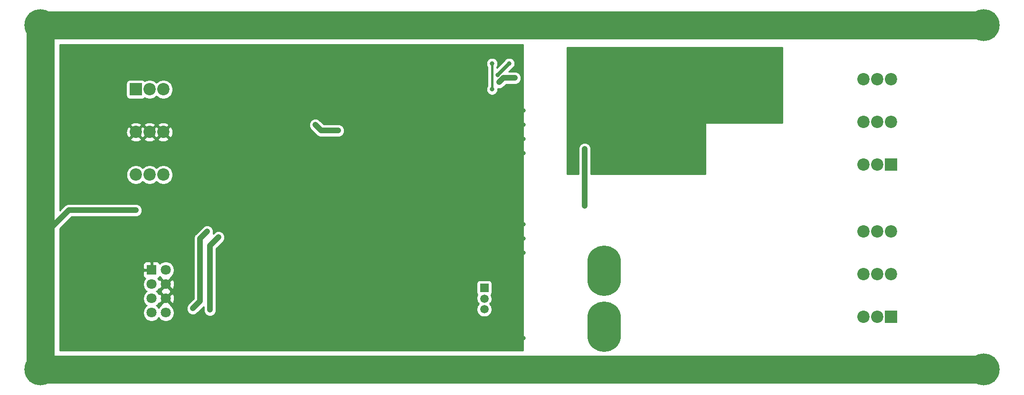
<source format=gbl>
%TF.GenerationSoftware,KiCad,Pcbnew,(5.1.8)-1*%
%TF.CreationDate,2021-03-15T08:23:40+01:00*%
%TF.ProjectId,MeasCard,4d656173-4361-4726-942e-6b696361645f,rev?*%
%TF.SameCoordinates,Original*%
%TF.FileFunction,Copper,L2,Bot*%
%TF.FilePolarity,Positive*%
%FSLAX46Y46*%
G04 Gerber Fmt 4.6, Leading zero omitted, Abs format (unit mm)*
G04 Created by KiCad (PCBNEW (5.1.8)-1) date 2021-03-15 08:23:40*
%MOMM*%
%LPD*%
G01*
G04 APERTURE LIST*
%TA.AperFunction,ComponentPad*%
%ADD10C,2.200000*%
%TD*%
%TA.AperFunction,ComponentPad*%
%ADD11R,2.200000X2.200000*%
%TD*%
%TA.AperFunction,ComponentPad*%
%ADD12C,5.700000*%
%TD*%
%TA.AperFunction,ComponentPad*%
%ADD13O,6.000000X9.000000*%
%TD*%
%TA.AperFunction,ComponentPad*%
%ADD14R,1.500000X1.500000*%
%TD*%
%TA.AperFunction,ComponentPad*%
%ADD15C,1.500000*%
%TD*%
%TA.AperFunction,ComponentPad*%
%ADD16C,0.800000*%
%TD*%
%TA.AperFunction,ComponentPad*%
%ADD17C,1.800000*%
%TD*%
%TA.AperFunction,ComponentPad*%
%ADD18R,1.800000X1.800000*%
%TD*%
%TA.AperFunction,ViaPad*%
%ADD19C,0.800000*%
%TD*%
%TA.AperFunction,Conductor*%
%ADD20C,1.000000*%
%TD*%
%TA.AperFunction,Conductor*%
%ADD21C,5.000000*%
%TD*%
%TA.AperFunction,Conductor*%
%ADD22C,0.400000*%
%TD*%
%TA.AperFunction,Conductor*%
%ADD23C,0.700000*%
%TD*%
%TA.AperFunction,Conductor*%
%ADD24C,0.254000*%
%TD*%
%TA.AperFunction,Conductor*%
%ADD25C,0.100000*%
%TD*%
G04 APERTURE END LIST*
D10*
%TO.P,J4,9*%
%TO.N,Net-(D1-Pad3)*%
X72952000Y-83820000D03*
%TO.P,J4,8*%
X70512000Y-83820000D03*
%TO.P,J4,7*%
X68072000Y-83820000D03*
%TO.P,J4,6*%
%TO.N,GND*%
X72952000Y-76200000D03*
%TO.P,J4,5*%
X70512000Y-76200000D03*
%TO.P,J4,4*%
X68072000Y-76200000D03*
%TO.P,J4,3*%
%TO.N,Net-(C14-Pad1)*%
X72952000Y-68580000D03*
%TO.P,J4,2*%
X70512000Y-68580000D03*
D11*
%TO.P,J4,1*%
X68072000Y-68580000D03*
%TD*%
D10*
%TO.P,J2,9*%
%TO.N,Net-(J2-Pad7)*%
X197812000Y-93980000D03*
%TO.P,J2,8*%
X200252000Y-93980000D03*
%TO.P,J2,7*%
X202692000Y-93980000D03*
%TO.P,J2,6*%
%TO.N,Net-(J2-Pad4)*%
X197812000Y-101600000D03*
%TO.P,J2,5*%
X200252000Y-101600000D03*
%TO.P,J2,4*%
X202692000Y-101600000D03*
%TO.P,J2,3*%
%TO.N,Net-(J2-Pad1)*%
X197812000Y-109220000D03*
%TO.P,J2,2*%
X200252000Y-109220000D03*
D11*
%TO.P,J2,1*%
X202692000Y-109220000D03*
%TD*%
D10*
%TO.P,J1,9*%
%TO.N,Net-(J1-Pad7)*%
X197812000Y-66802000D03*
%TO.P,J1,8*%
X200252000Y-66802000D03*
%TO.P,J1,7*%
X202692000Y-66802000D03*
%TO.P,J1,6*%
%TO.N,GNDD*%
X197812000Y-74422000D03*
%TO.P,J1,5*%
X200252000Y-74422000D03*
%TO.P,J1,4*%
X202692000Y-74422000D03*
%TO.P,J1,3*%
%TO.N,Net-(J1-Pad1)*%
X197812000Y-82042000D03*
%TO.P,J1,2*%
X200252000Y-82042000D03*
D11*
%TO.P,J1,1*%
X202692000Y-82042000D03*
%TD*%
D12*
%TO.P,H4,1*%
%TO.N,Net-(D1-Pad3)*%
X219202000Y-118618000D03*
%TD*%
%TO.P,H3,1*%
%TO.N,Net-(D1-Pad3)*%
X51054000Y-57150000D03*
%TD*%
%TO.P,H2,1*%
%TO.N,Net-(D1-Pad3)*%
X219202000Y-57150000D03*
%TD*%
%TO.P,H1,1*%
%TO.N,Net-(D1-Pad3)*%
X51054000Y-118618000D03*
%TD*%
D13*
%TO.P,U1,5*%
%TO.N,Net-(J2-Pad4)*%
X151575000Y-100923000D03*
%TO.P,U1,4*%
%TO.N,Net-(J2-Pad1)*%
X151575000Y-110923000D03*
D14*
%TO.P,U1,1*%
%TO.N,3.3V*%
X130175000Y-104013000D03*
D15*
%TO.P,U1,3*%
%TO.N,Net-(R6-Pad2)*%
X130175000Y-107833000D03*
%TO.P,U1,2*%
%TO.N,GND*%
X130175000Y-105923000D03*
%TO.P,U1,5*%
%TO.N,Net-(J2-Pad4)*%
%TA.AperFunction,ComponentPad*%
G36*
G01*
X152567523Y-104703953D02*
X152567523Y-104703953D01*
G75*
G02*
X152374047Y-105235523I-362523J-169047D01*
G01*
X152374047Y-105235523D01*
G75*
G02*
X151842477Y-105042047I-169047J362523D01*
G01*
X151842477Y-105042047D01*
G75*
G02*
X152035953Y-104510477I362523J169047D01*
G01*
X152035953Y-104510477D01*
G75*
G02*
X152567523Y-104703953I169047J-362523D01*
G01*
G37*
%TD.AperFunction*%
%TA.AperFunction,ComponentPad*%
G36*
G01*
X150582477Y-104703953D02*
X150582477Y-104703953D01*
G75*
G02*
X151114047Y-104510477I362523J-169047D01*
G01*
X151114047Y-104510477D01*
G75*
G02*
X151307523Y-105042047I-169047J-362523D01*
G01*
X151307523Y-105042047D01*
G75*
G02*
X150775953Y-105235523I-362523J169047D01*
G01*
X150775953Y-105235523D01*
G75*
G02*
X150582477Y-104703953I169047J362523D01*
G01*
G37*
%TD.AperFunction*%
D16*
X149915000Y-104123000D03*
X153235000Y-104123000D03*
X152205000Y-96973000D03*
X150945000Y-96973000D03*
X149915000Y-97723000D03*
X153235000Y-97723000D03*
X149525000Y-101593000D03*
X149525000Y-100253000D03*
X149525000Y-102923000D03*
X149525000Y-98923000D03*
X153625000Y-101593000D03*
X153625000Y-100253000D03*
X153625000Y-98923000D03*
X153625000Y-102923000D03*
%TO.P,U1,4*%
%TO.N,Net-(J2-Pad1)*%
X149915000Y-107723000D03*
X153235000Y-107723000D03*
%TA.AperFunction,ComponentPad*%
G36*
G01*
X151307523Y-106803953D02*
X151307523Y-106803953D01*
G75*
G02*
X151114047Y-107335523I-362523J-169047D01*
G01*
X151114047Y-107335523D01*
G75*
G02*
X150582477Y-107142047I-169047J362523D01*
G01*
X150582477Y-107142047D01*
G75*
G02*
X150775953Y-106610477I362523J169047D01*
G01*
X150775953Y-106610477D01*
G75*
G02*
X151307523Y-106803953I169047J-362523D01*
G01*
G37*
%TD.AperFunction*%
%TA.AperFunction,ComponentPad*%
G36*
G01*
X151842477Y-106803953D02*
X151842477Y-106803953D01*
G75*
G02*
X152374047Y-106610477I362523J-169047D01*
G01*
X152374047Y-106610477D01*
G75*
G02*
X152567523Y-107142047I-169047J-362523D01*
G01*
X152567523Y-107142047D01*
G75*
G02*
X152035953Y-107335523I-362523J169047D01*
G01*
X152035953Y-107335523D01*
G75*
G02*
X151842477Y-106803953I169047J362523D01*
G01*
G37*
%TD.AperFunction*%
X149915000Y-114123000D03*
X153235000Y-114123000D03*
X152205000Y-114873000D03*
X149525000Y-112923000D03*
X149525000Y-111593000D03*
X149525000Y-110253000D03*
X149525000Y-108923000D03*
X153625000Y-112923000D03*
X153625000Y-111593000D03*
X153625000Y-110253000D03*
X153625000Y-108923000D03*
X150945000Y-114873000D03*
%TD*%
D17*
%TO.P,J3,8*%
%TO.N,5V*%
X73406000Y-108458000D03*
%TO.P,J3,7*%
%TO.N,3.3V*%
X70866000Y-108458000D03*
%TO.P,J3,6*%
%TO.N,GND*%
X73406000Y-105918000D03*
%TO.P,J3,5*%
%TO.N,Net-(C2-Pad1)*%
X70866000Y-105918000D03*
%TO.P,J3,4*%
%TO.N,GND*%
X73406000Y-103378000D03*
%TO.P,J3,3*%
%TO.N,Net-(IC1-Pad6)*%
X70866000Y-103378000D03*
%TO.P,J3,2*%
%TO.N,Net-(IC1-Pad7)*%
X73406000Y-100838000D03*
D18*
%TO.P,J3,1*%
%TO.N,GND*%
X70866000Y-100838000D03*
%TD*%
D19*
%TO.N,GND*%
X84329252Y-66549252D03*
X103378000Y-81026000D03*
X84074000Y-99314000D03*
X75438000Y-99060000D03*
X137160000Y-113030000D03*
X134620000Y-113030000D03*
X132080000Y-113030000D03*
X129540000Y-113030000D03*
X127000000Y-113030000D03*
X124460000Y-113030000D03*
X121920000Y-113030000D03*
X119380000Y-113030000D03*
X116840000Y-113030000D03*
X114300000Y-113030000D03*
X111760000Y-113030000D03*
X109220000Y-113030000D03*
X106680000Y-113030000D03*
X104140000Y-113030000D03*
X101600000Y-113030000D03*
X99060000Y-113030000D03*
X96520000Y-113030000D03*
X93980000Y-113030000D03*
X91440000Y-113030000D03*
X88900000Y-113030000D03*
X86360000Y-113030000D03*
X83820000Y-113030000D03*
X81280000Y-113030000D03*
X78740000Y-113030000D03*
X76200000Y-113030000D03*
X73660000Y-113030000D03*
X71120000Y-113030000D03*
X68580000Y-113030000D03*
X66040000Y-113030000D03*
X63500000Y-113030000D03*
X60960000Y-113030000D03*
X58420000Y-113030000D03*
X55880000Y-113030000D03*
X55880000Y-110490000D03*
X55880000Y-107950000D03*
X55880000Y-105410000D03*
X55880000Y-102870000D03*
X55880000Y-100330000D03*
X55880000Y-97790000D03*
X55880000Y-95250000D03*
X55880000Y-92710000D03*
X55880000Y-86360000D03*
X55880000Y-83820000D03*
X55880000Y-81280000D03*
X55880000Y-78740000D03*
X55880000Y-76200000D03*
X55880000Y-73660000D03*
X55880000Y-71120000D03*
X55880000Y-68580000D03*
X55880000Y-66040000D03*
X55880000Y-63500000D03*
X58420000Y-63500000D03*
X58420000Y-66040000D03*
X58420000Y-68580000D03*
X58420000Y-71120000D03*
X58420000Y-73660000D03*
X58420000Y-76200000D03*
X58420000Y-78740000D03*
X58420000Y-81280000D03*
X58420000Y-83820000D03*
X58420000Y-86360000D03*
X58420000Y-92710000D03*
X58420000Y-95250000D03*
X58420000Y-97790000D03*
X58420000Y-100330000D03*
X58420000Y-102870000D03*
X58420000Y-105410000D03*
X58420000Y-107950000D03*
X58420000Y-110490000D03*
X60960000Y-110490000D03*
X60960000Y-107950000D03*
X60960000Y-105410000D03*
X60960000Y-102870000D03*
X60960000Y-100330000D03*
X60960000Y-97790000D03*
X60960000Y-95250000D03*
X60960000Y-92710000D03*
X60960000Y-86360000D03*
X60960000Y-83820000D03*
X60960000Y-81280000D03*
X60960000Y-78740000D03*
X60960000Y-76200000D03*
X60960000Y-73660000D03*
X60960000Y-71120000D03*
X60960000Y-68580000D03*
X60960000Y-66040000D03*
X60960000Y-63500000D03*
X63500000Y-63500000D03*
X66040000Y-63500000D03*
X68580000Y-63500000D03*
X71120000Y-63500000D03*
X73660000Y-63500000D03*
X63500000Y-66040000D03*
X66040000Y-66040000D03*
X68580000Y-66040000D03*
X71120000Y-66040000D03*
X63500000Y-68580000D03*
X63500000Y-71120000D03*
X63500000Y-73660000D03*
X63500000Y-76200000D03*
X66040000Y-73660000D03*
X66040000Y-71120000D03*
X68580000Y-71120000D03*
X71120000Y-71120000D03*
X68580000Y-73660000D03*
X71120000Y-73660000D03*
X63500000Y-78740000D03*
X63500000Y-81280000D03*
X63500000Y-83820000D03*
X63500000Y-86360000D03*
X66040000Y-78740000D03*
X68580000Y-78740000D03*
X71120000Y-78740000D03*
X73660000Y-78740000D03*
X76200000Y-78740000D03*
X78740000Y-78740000D03*
X66040000Y-81280000D03*
X68580000Y-81280000D03*
X71120000Y-81280000D03*
X73660000Y-81280000D03*
X76200000Y-81280000D03*
X78740000Y-81280000D03*
X76200000Y-83820000D03*
X78740000Y-83820000D03*
X81280000Y-83820000D03*
X78740000Y-86360000D03*
X81280000Y-86360000D03*
X81280000Y-88900000D03*
X76200000Y-76200000D03*
X73660000Y-73660000D03*
X77470000Y-67310000D03*
X77470000Y-69850000D03*
X80010000Y-69850000D03*
X80010000Y-67310000D03*
X80010000Y-72390000D03*
X82550000Y-72390000D03*
X82550000Y-74930000D03*
X85090000Y-74930000D03*
X87630000Y-74930000D03*
X90170000Y-74930000D03*
X92710000Y-74930000D03*
X95250000Y-74930000D03*
X97790000Y-74930000D03*
X92710000Y-77470000D03*
X90170000Y-77470000D03*
X87630000Y-77470000D03*
X85090000Y-77470000D03*
X90170000Y-72390000D03*
X92710000Y-72390000D03*
X86360000Y-68580000D03*
X95250000Y-69850000D03*
X95250000Y-67310000D03*
X95250000Y-64770000D03*
X95250000Y-62230000D03*
X92710000Y-62230000D03*
X90170000Y-62230000D03*
X87630000Y-62230000D03*
X85090000Y-62230000D03*
X82550000Y-62230000D03*
X80010000Y-62230000D03*
X77470000Y-62230000D03*
X74930000Y-62230000D03*
X97790000Y-62230000D03*
X100330000Y-62230000D03*
X102870000Y-62230000D03*
X105410000Y-62230000D03*
X107950000Y-62230000D03*
X110490000Y-62230000D03*
X113030000Y-62230000D03*
X115570000Y-62230000D03*
X118110000Y-62230000D03*
X120650000Y-62230000D03*
X123190000Y-62230000D03*
X125730000Y-62230000D03*
X128270000Y-62230000D03*
X130810000Y-62230000D03*
X133350000Y-62230000D03*
X135890000Y-62230000D03*
X115570000Y-64770000D03*
X115570000Y-67310000D03*
X107950000Y-64770000D03*
X100330000Y-66040000D03*
X100330000Y-68580000D03*
X100330000Y-71120000D03*
X102870000Y-71120000D03*
X101600000Y-72390000D03*
X106680000Y-74930000D03*
X109220000Y-74930000D03*
X111760000Y-74930000D03*
X114300000Y-74930000D03*
X116840000Y-74930000D03*
X119380000Y-74930000D03*
X121920000Y-74930000D03*
X124460000Y-74930000D03*
X127000000Y-74930000D03*
X129540000Y-74930000D03*
X132080000Y-74930000D03*
X134620000Y-74930000D03*
X137160000Y-74930000D03*
X137160000Y-72390000D03*
X134620000Y-72390000D03*
X132080000Y-72390000D03*
X129540000Y-72390000D03*
X127000000Y-72390000D03*
X124460000Y-72390000D03*
X121920000Y-72390000D03*
X119380000Y-72390000D03*
X116840000Y-72390000D03*
X114300000Y-72390000D03*
X111760000Y-72390000D03*
X109220000Y-72390000D03*
X134620000Y-69850000D03*
X132080000Y-69850000D03*
X129540000Y-69850000D03*
X127000000Y-69850000D03*
X124460000Y-69850000D03*
X121920000Y-69850000D03*
X119380000Y-69850000D03*
X119380000Y-77470000D03*
X121920000Y-77470000D03*
X124460000Y-77470000D03*
X127000000Y-77470000D03*
X129540000Y-77470000D03*
X132080000Y-77470000D03*
X134620000Y-77470000D03*
X137160000Y-77470000D03*
X137160000Y-80010000D03*
X134620000Y-80010000D03*
X132080000Y-80010000D03*
X129540000Y-80010000D03*
X127000000Y-80010000D03*
X124460000Y-80010000D03*
X121920000Y-80010000D03*
X119380000Y-80010000D03*
X116840000Y-77470000D03*
X116840000Y-80010000D03*
X114300000Y-80010000D03*
X114300000Y-77470000D03*
X111760000Y-77470000D03*
X111760000Y-80010000D03*
X109220000Y-80010000D03*
X109220000Y-77470000D03*
X109220000Y-82550000D03*
X111760000Y-82550000D03*
X114300000Y-82550000D03*
X116840000Y-82550000D03*
X119380000Y-82550000D03*
X121920000Y-82550000D03*
X124460000Y-82550000D03*
X127000000Y-82550000D03*
X129540000Y-82550000D03*
X132080000Y-82550000D03*
X124460000Y-85090000D03*
X121920000Y-85090000D03*
X119380000Y-85090000D03*
X116840000Y-85090000D03*
X114300000Y-85090000D03*
X111760000Y-85090000D03*
X109220000Y-85090000D03*
X109220000Y-87630000D03*
X111760000Y-87630000D03*
X114300000Y-87630000D03*
X116840000Y-87630000D03*
X119380000Y-87630000D03*
X121920000Y-87630000D03*
X119380000Y-90170000D03*
X116840000Y-90170000D03*
X114300000Y-90170000D03*
X111760000Y-90170000D03*
X109220000Y-90170000D03*
X109220000Y-92710000D03*
X111760000Y-92710000D03*
X114300000Y-92710000D03*
X116840000Y-92710000D03*
X114300000Y-95250000D03*
X111760000Y-95250000D03*
X109220000Y-95250000D03*
X111760000Y-97790000D03*
X109220000Y-97790000D03*
X106680000Y-97790000D03*
X104140000Y-97790000D03*
X101600000Y-97790000D03*
X99060000Y-97790000D03*
X96520000Y-97790000D03*
X93980000Y-97790000D03*
X91440000Y-97790000D03*
X88900000Y-97790000D03*
X106680000Y-95250000D03*
X104140000Y-95250000D03*
X106680000Y-92710000D03*
X63500000Y-92710000D03*
X66040000Y-92710000D03*
X68580000Y-92710000D03*
X71120000Y-92710000D03*
X73660000Y-92710000D03*
X76200000Y-92710000D03*
X78740000Y-92710000D03*
X76200000Y-95250000D03*
X73660000Y-95250000D03*
X71120000Y-95250000D03*
X68580000Y-95250000D03*
X66040000Y-95250000D03*
X63500000Y-95250000D03*
X63500000Y-97790000D03*
X63500000Y-100330000D03*
X63500000Y-102870000D03*
X63500000Y-105410000D03*
X63500000Y-107950000D03*
X63500000Y-110490000D03*
X66040000Y-110490000D03*
X66040000Y-107950000D03*
X66040000Y-105410000D03*
X66040000Y-102870000D03*
X66040000Y-100330000D03*
X66040000Y-97790000D03*
X76200000Y-102870000D03*
X76200000Y-105410000D03*
X85090000Y-102870000D03*
X85090000Y-105410000D03*
X85090000Y-107950000D03*
X87630000Y-107950000D03*
X90170000Y-107950000D03*
X92710000Y-107950000D03*
X95250000Y-107950000D03*
X97790000Y-107950000D03*
X100330000Y-107950000D03*
X102870000Y-107950000D03*
X105410000Y-107950000D03*
X107950000Y-107950000D03*
X110490000Y-107950000D03*
X110490000Y-105410000D03*
X110490000Y-102870000D03*
X107950000Y-102870000D03*
X107950000Y-105410000D03*
X105410000Y-105410000D03*
X105410000Y-102870000D03*
X102870000Y-102870000D03*
X102870000Y-105410000D03*
X100330000Y-105410000D03*
X100330000Y-102870000D03*
X97790000Y-102870000D03*
X97790000Y-105410000D03*
X95250000Y-105410000D03*
X95250000Y-102870000D03*
X92710000Y-102870000D03*
X92710000Y-105410000D03*
X90170000Y-105410000D03*
X90170000Y-102870000D03*
X87630000Y-102870000D03*
X87630000Y-105410000D03*
X113030000Y-102870000D03*
X119380000Y-100330000D03*
X119380000Y-97790000D03*
X121920000Y-97790000D03*
X121920000Y-95250000D03*
X124460000Y-95250000D03*
X124460000Y-97790000D03*
X124460000Y-100330000D03*
X121920000Y-100330000D03*
X127000000Y-100330000D03*
X127000000Y-97790000D03*
X121920000Y-110490000D03*
X124460000Y-110490000D03*
X127000000Y-110490000D03*
X129540000Y-110490000D03*
X137160000Y-97790000D03*
X134620000Y-97790000D03*
X134620000Y-95250000D03*
X137160000Y-95250000D03*
X137160000Y-92710000D03*
X134620000Y-92710000D03*
X132080000Y-92710000D03*
X132080000Y-95250000D03*
X132080000Y-97790000D03*
X92710000Y-90170000D03*
X92710000Y-87630000D03*
X92710000Y-85090000D03*
X87630000Y-87630000D03*
X87630000Y-85090000D03*
X87630000Y-82550000D03*
X67310000Y-86360000D03*
X69850000Y-86360000D03*
X72390000Y-86360000D03*
%TO.N,5V*%
X135636000Y-66548000D03*
X132842000Y-67310000D03*
X78232000Y-107696000D03*
X80772000Y-93980000D03*
%TO.N,GNDD*%
X146050000Y-62230000D03*
X148590000Y-62230000D03*
X151130000Y-62230000D03*
X153670000Y-62230000D03*
X162560000Y-62230000D03*
X165100000Y-62230000D03*
X167640000Y-62230000D03*
X162560000Y-64770000D03*
X165100000Y-64770000D03*
X167640000Y-64770000D03*
X165100000Y-71120000D03*
X167640000Y-71120000D03*
X146050000Y-71120000D03*
X146050000Y-73660000D03*
X146050000Y-76200000D03*
X146050000Y-78740000D03*
X149860000Y-82550000D03*
X152400000Y-82550000D03*
X154940000Y-82550000D03*
X157480000Y-81280000D03*
X158750000Y-78740000D03*
X156210000Y-78740000D03*
X167640000Y-74930000D03*
X181610000Y-73660000D03*
X179070000Y-73660000D03*
X176530000Y-73660000D03*
X176530000Y-71120000D03*
X179070000Y-71120000D03*
X181610000Y-71120000D03*
X176530000Y-68580000D03*
X176530000Y-66040000D03*
X173990000Y-69850000D03*
X179070000Y-66040000D03*
X149860000Y-74930000D03*
X152400000Y-74930000D03*
X154940000Y-74930000D03*
X161925000Y-71755000D03*
X161925000Y-69215000D03*
X157480000Y-70485000D03*
X154940000Y-70485000D03*
X154305000Y-66040000D03*
X151130000Y-66040000D03*
X148590000Y-66040000D03*
X147955000Y-67945000D03*
X147955000Y-70485000D03*
X147955000Y-73025000D03*
X147955000Y-74930000D03*
X151130000Y-70485000D03*
X168275000Y-68580000D03*
X168275000Y-66675000D03*
X179705000Y-62230000D03*
X182245000Y-62230000D03*
%TO.N,+5V_ISO*%
X148082000Y-89408000D03*
X148082000Y-79248000D03*
%TO.N,Net-(D1-Pad3)*%
X68072000Y-90170000D03*
%TO.N,3.3V*%
X81280000Y-107950000D03*
X82804000Y-94996000D03*
X104140000Y-75946000D03*
X100076000Y-74930000D03*
%TO.N,Net-(PS2-Pad3)*%
X131572000Y-63947000D03*
X131572000Y-63947000D03*
X131572000Y-68580000D03*
%TO.N,Net-(PS2-Pad1)*%
X132572182Y-66024182D03*
X134620000Y-63947000D03*
%TD*%
D20*
%TO.N,5V*%
X135636000Y-66548000D02*
X133604000Y-66548000D01*
X78232000Y-107696000D02*
X79502000Y-106426000D01*
X79502000Y-95250000D02*
X80772000Y-93980000D01*
X79502000Y-106426000D02*
X79502000Y-95250000D01*
X133604000Y-66548000D02*
X132842000Y-67310000D01*
%TO.N,+5V_ISO*%
X148082000Y-89408000D02*
X148082000Y-79248000D01*
D21*
%TO.N,Net-(D1-Pad3)*%
X51054000Y-57150000D02*
X219202000Y-57150000D01*
X149708969Y-118618000D02*
X51054000Y-118618000D01*
X219202000Y-118618000D02*
X149708969Y-118618000D01*
D20*
X56134000Y-90170000D02*
X51054000Y-95250000D01*
X68072000Y-90170000D02*
X56134000Y-90170000D01*
D21*
X51054000Y-95250000D02*
X51054000Y-118618000D01*
X51054000Y-57150000D02*
X51054000Y-95250000D01*
D20*
%TO.N,3.3V*%
X81280000Y-96520000D02*
X82804000Y-94996000D01*
X81280000Y-107950000D02*
X81280000Y-96520000D01*
X101092000Y-75946000D02*
X100076000Y-74930000D01*
X104140000Y-75946000D02*
X101092000Y-75946000D01*
D22*
%TO.N,Net-(PS2-Pad3)*%
X131572000Y-63947000D02*
X131572000Y-68580000D01*
D23*
%TO.N,Net-(PS2-Pad1)*%
X132572182Y-65994818D02*
X134620000Y-63947000D01*
X132572182Y-66024182D02*
X132572182Y-65994818D01*
%TD*%
D24*
%TO.N,GNDD*%
X183261000Y-74549000D02*
X169672000Y-74549000D01*
X169647224Y-74551440D01*
X169623399Y-74558667D01*
X169601443Y-74570403D01*
X169582197Y-74586197D01*
X169566403Y-74605443D01*
X169554667Y-74627399D01*
X169547440Y-74651224D01*
X169545000Y-74676000D01*
X169545000Y-83693000D01*
X149217000Y-83693000D01*
X149217000Y-79192248D01*
X149200577Y-79025501D01*
X149135676Y-78811553D01*
X149030284Y-78614377D01*
X148888449Y-78441551D01*
X148715623Y-78299716D01*
X148518447Y-78194324D01*
X148304499Y-78129423D01*
X148082000Y-78107509D01*
X147859502Y-78129423D01*
X147645554Y-78194324D01*
X147448378Y-78299716D01*
X147275552Y-78441551D01*
X147133717Y-78614377D01*
X147028325Y-78811553D01*
X146963424Y-79025501D01*
X146947001Y-79192248D01*
X146947001Y-83693000D01*
X144907000Y-83693000D01*
X144907000Y-61087000D01*
X183261000Y-61087000D01*
X183261000Y-74549000D01*
%TA.AperFunction,Conductor*%
D25*
G36*
X183261000Y-74549000D02*
G01*
X169672000Y-74549000D01*
X169647224Y-74551440D01*
X169623399Y-74558667D01*
X169601443Y-74570403D01*
X169582197Y-74586197D01*
X169566403Y-74605443D01*
X169554667Y-74627399D01*
X169547440Y-74651224D01*
X169545000Y-74676000D01*
X169545000Y-83693000D01*
X149217000Y-83693000D01*
X149217000Y-79192248D01*
X149200577Y-79025501D01*
X149135676Y-78811553D01*
X149030284Y-78614377D01*
X148888449Y-78441551D01*
X148715623Y-78299716D01*
X148518447Y-78194324D01*
X148304499Y-78129423D01*
X148082000Y-78107509D01*
X147859502Y-78129423D01*
X147645554Y-78194324D01*
X147448378Y-78299716D01*
X147275552Y-78441551D01*
X147133717Y-78614377D01*
X147028325Y-78811553D01*
X146963424Y-79025501D01*
X146947001Y-79192248D01*
X146947001Y-83693000D01*
X144907000Y-83693000D01*
X144907000Y-61087000D01*
X183261000Y-61087000D01*
X183261000Y-74549000D01*
G37*
%TD.AperFunction*%
%TD*%
D24*
%TO.N,GND*%
X137033000Y-115189000D02*
X54483000Y-115189000D01*
X54483000Y-101738000D01*
X69327928Y-101738000D01*
X69340188Y-101862482D01*
X69376498Y-101982180D01*
X69435463Y-102092494D01*
X69514815Y-102189185D01*
X69611506Y-102268537D01*
X69721820Y-102327502D01*
X69740127Y-102333056D01*
X69673688Y-102399495D01*
X69505701Y-102650905D01*
X69389989Y-102930257D01*
X69331000Y-103226816D01*
X69331000Y-103529184D01*
X69389989Y-103825743D01*
X69505701Y-104105095D01*
X69673688Y-104356505D01*
X69887495Y-104570312D01*
X70003763Y-104648000D01*
X69887495Y-104725688D01*
X69673688Y-104939495D01*
X69505701Y-105190905D01*
X69389989Y-105470257D01*
X69331000Y-105766816D01*
X69331000Y-106069184D01*
X69389989Y-106365743D01*
X69505701Y-106645095D01*
X69673688Y-106896505D01*
X69887495Y-107110312D01*
X70003763Y-107188000D01*
X69887495Y-107265688D01*
X69673688Y-107479495D01*
X69505701Y-107730905D01*
X69389989Y-108010257D01*
X69331000Y-108306816D01*
X69331000Y-108609184D01*
X69389989Y-108905743D01*
X69505701Y-109185095D01*
X69673688Y-109436505D01*
X69887495Y-109650312D01*
X70138905Y-109818299D01*
X70418257Y-109934011D01*
X70714816Y-109993000D01*
X71017184Y-109993000D01*
X71313743Y-109934011D01*
X71593095Y-109818299D01*
X71844505Y-109650312D01*
X72058312Y-109436505D01*
X72136000Y-109320237D01*
X72213688Y-109436505D01*
X72427495Y-109650312D01*
X72678905Y-109818299D01*
X72958257Y-109934011D01*
X73254816Y-109993000D01*
X73557184Y-109993000D01*
X73853743Y-109934011D01*
X74133095Y-109818299D01*
X74384505Y-109650312D01*
X74598312Y-109436505D01*
X74766299Y-109185095D01*
X74882011Y-108905743D01*
X74941000Y-108609184D01*
X74941000Y-108306816D01*
X74882011Y-108010257D01*
X74766299Y-107730905D01*
X74742977Y-107696000D01*
X77091509Y-107696000D01*
X77113423Y-107918498D01*
X77178324Y-108132446D01*
X77283717Y-108329622D01*
X77425552Y-108502448D01*
X77598378Y-108644283D01*
X77795554Y-108749676D01*
X78009502Y-108814577D01*
X78232000Y-108836491D01*
X78454498Y-108814577D01*
X78668446Y-108749676D01*
X78865622Y-108644283D01*
X78995143Y-108537988D01*
X80145000Y-107388132D01*
X80145000Y-108005751D01*
X80161423Y-108172498D01*
X80226324Y-108386446D01*
X80331716Y-108583623D01*
X80473551Y-108756449D01*
X80646377Y-108898284D01*
X80843553Y-109003676D01*
X81057501Y-109068577D01*
X81280000Y-109090491D01*
X81502498Y-109068577D01*
X81716446Y-109003676D01*
X81913623Y-108898284D01*
X82086449Y-108756449D01*
X82228284Y-108583623D01*
X82333676Y-108386447D01*
X82398577Y-108172499D01*
X82415000Y-108005752D01*
X82415000Y-105995492D01*
X128785188Y-105995492D01*
X128826035Y-106265238D01*
X128918723Y-106521832D01*
X128979140Y-106634863D01*
X129218005Y-106700387D01*
X129101549Y-106816843D01*
X129167011Y-106882305D01*
X129099201Y-106950114D01*
X128947629Y-107176957D01*
X128843225Y-107429011D01*
X128790000Y-107696589D01*
X128790000Y-107969411D01*
X128843225Y-108236989D01*
X128947629Y-108489043D01*
X129099201Y-108715886D01*
X129292114Y-108908799D01*
X129518957Y-109060371D01*
X129771011Y-109164775D01*
X130038589Y-109218000D01*
X130311411Y-109218000D01*
X130578989Y-109164775D01*
X130831043Y-109060371D01*
X131057886Y-108908799D01*
X131250799Y-108715886D01*
X131402371Y-108489043D01*
X131506775Y-108236989D01*
X131560000Y-107969411D01*
X131560000Y-107696589D01*
X131506775Y-107429011D01*
X131402371Y-107176957D01*
X131250799Y-106950114D01*
X131182990Y-106882305D01*
X131248451Y-106816843D01*
X131131995Y-106700387D01*
X131370860Y-106634863D01*
X131486760Y-106387884D01*
X131552250Y-106123040D01*
X131564812Y-105850508D01*
X131523965Y-105580762D01*
X131431277Y-105324168D01*
X131373616Y-105216293D01*
X131376185Y-105214185D01*
X131455537Y-105117494D01*
X131514502Y-105007180D01*
X131550812Y-104887482D01*
X131563072Y-104763000D01*
X131563072Y-103263000D01*
X131550812Y-103138518D01*
X131514502Y-103018820D01*
X131455537Y-102908506D01*
X131376185Y-102811815D01*
X131279494Y-102732463D01*
X131169180Y-102673498D01*
X131049482Y-102637188D01*
X130925000Y-102624928D01*
X129425000Y-102624928D01*
X129300518Y-102637188D01*
X129180820Y-102673498D01*
X129070506Y-102732463D01*
X128973815Y-102811815D01*
X128894463Y-102908506D01*
X128835498Y-103018820D01*
X128799188Y-103138518D01*
X128786928Y-103263000D01*
X128786928Y-104763000D01*
X128799188Y-104887482D01*
X128835498Y-105007180D01*
X128894463Y-105117494D01*
X128973815Y-105214185D01*
X128976627Y-105216493D01*
X128863240Y-105458116D01*
X128797750Y-105722960D01*
X128785188Y-105995492D01*
X82415000Y-105995492D01*
X82415000Y-96990131D01*
X83645988Y-95759144D01*
X83752283Y-95629624D01*
X83857675Y-95432448D01*
X83922576Y-95218500D01*
X83944490Y-94996001D01*
X83922576Y-94773502D01*
X83857675Y-94559554D01*
X83752283Y-94362378D01*
X83610448Y-94189552D01*
X83437622Y-94047717D01*
X83240446Y-93942325D01*
X83026498Y-93877424D01*
X82803999Y-93855510D01*
X82581500Y-93877424D01*
X82367552Y-93942325D01*
X82170376Y-94047717D01*
X82040856Y-94154012D01*
X81846252Y-94348616D01*
X81890577Y-94202500D01*
X81912490Y-93980001D01*
X81890577Y-93757502D01*
X81825675Y-93543554D01*
X81720283Y-93346378D01*
X81578448Y-93173552D01*
X81405622Y-93031717D01*
X81208446Y-92926325D01*
X80994498Y-92861423D01*
X80771999Y-92839510D01*
X80549500Y-92861423D01*
X80335553Y-92926325D01*
X80138377Y-93031717D01*
X80008856Y-93138012D01*
X78738860Y-94408009D01*
X78695552Y-94443551D01*
X78553717Y-94616377D01*
X78497384Y-94721770D01*
X78448324Y-94813554D01*
X78383423Y-95027502D01*
X78361509Y-95250000D01*
X78367001Y-95305761D01*
X78367000Y-105955868D01*
X77390012Y-106932857D01*
X77283717Y-107062378D01*
X77178324Y-107259554D01*
X77113423Y-107473502D01*
X77091509Y-107696000D01*
X74742977Y-107696000D01*
X74598312Y-107479495D01*
X74384505Y-107265688D01*
X74230895Y-107163049D01*
X74290475Y-106982080D01*
X73406000Y-106097605D01*
X72521525Y-106982080D01*
X72581105Y-107163049D01*
X72427495Y-107265688D01*
X72213688Y-107479495D01*
X72136000Y-107595763D01*
X72058312Y-107479495D01*
X71844505Y-107265688D01*
X71728237Y-107188000D01*
X71844505Y-107110312D01*
X72058312Y-106896505D01*
X72160951Y-106742895D01*
X72341920Y-106802475D01*
X73226395Y-105918000D01*
X73585605Y-105918000D01*
X74470080Y-106802475D01*
X74724261Y-106718792D01*
X74855158Y-106446225D01*
X74930365Y-106153358D01*
X74946991Y-105851447D01*
X74904397Y-105552093D01*
X74804222Y-105266801D01*
X74724261Y-105117208D01*
X74470080Y-105033525D01*
X73585605Y-105918000D01*
X73226395Y-105918000D01*
X72341920Y-105033525D01*
X72160951Y-105093105D01*
X72058312Y-104939495D01*
X71844505Y-104725688D01*
X71728237Y-104648000D01*
X71844505Y-104570312D01*
X71972737Y-104442080D01*
X72521525Y-104442080D01*
X72589319Y-104648000D01*
X72521525Y-104853920D01*
X73406000Y-105738395D01*
X74290475Y-104853920D01*
X74222681Y-104648000D01*
X74290475Y-104442080D01*
X73406000Y-103557605D01*
X72521525Y-104442080D01*
X71972737Y-104442080D01*
X72058312Y-104356505D01*
X72160951Y-104202895D01*
X72341920Y-104262475D01*
X73226395Y-103378000D01*
X73585605Y-103378000D01*
X74470080Y-104262475D01*
X74724261Y-104178792D01*
X74855158Y-103906225D01*
X74930365Y-103613358D01*
X74946991Y-103311447D01*
X74904397Y-103012093D01*
X74804222Y-102726801D01*
X74724261Y-102577208D01*
X74470080Y-102493525D01*
X73585605Y-103378000D01*
X73226395Y-103378000D01*
X72341920Y-102493525D01*
X72160951Y-102553105D01*
X72058312Y-102399495D01*
X71991873Y-102333056D01*
X72010180Y-102327502D01*
X72120494Y-102268537D01*
X72217185Y-102189185D01*
X72296537Y-102092494D01*
X72355502Y-101982180D01*
X72361056Y-101963873D01*
X72427495Y-102030312D01*
X72581105Y-102132951D01*
X72521525Y-102313920D01*
X73406000Y-103198395D01*
X74290475Y-102313920D01*
X74230895Y-102132951D01*
X74384505Y-102030312D01*
X74598312Y-101816505D01*
X74766299Y-101565095D01*
X74882011Y-101285743D01*
X74941000Y-100989184D01*
X74941000Y-100686816D01*
X74882011Y-100390257D01*
X74766299Y-100110905D01*
X74598312Y-99859495D01*
X74384505Y-99645688D01*
X74133095Y-99477701D01*
X73853743Y-99361989D01*
X73557184Y-99303000D01*
X73254816Y-99303000D01*
X72958257Y-99361989D01*
X72678905Y-99477701D01*
X72427495Y-99645688D01*
X72361056Y-99712127D01*
X72355502Y-99693820D01*
X72296537Y-99583506D01*
X72217185Y-99486815D01*
X72120494Y-99407463D01*
X72010180Y-99348498D01*
X71890482Y-99312188D01*
X71766000Y-99299928D01*
X71151750Y-99303000D01*
X70993000Y-99461750D01*
X70993000Y-100711000D01*
X71013000Y-100711000D01*
X71013000Y-100965000D01*
X70993000Y-100965000D01*
X70993000Y-100985000D01*
X70739000Y-100985000D01*
X70739000Y-100965000D01*
X69489750Y-100965000D01*
X69331000Y-101123750D01*
X69327928Y-101738000D01*
X54483000Y-101738000D01*
X54483000Y-99938000D01*
X69327928Y-99938000D01*
X69331000Y-100552250D01*
X69489750Y-100711000D01*
X70739000Y-100711000D01*
X70739000Y-99461750D01*
X70580250Y-99303000D01*
X69966000Y-99299928D01*
X69841518Y-99312188D01*
X69721820Y-99348498D01*
X69611506Y-99407463D01*
X69514815Y-99486815D01*
X69435463Y-99583506D01*
X69376498Y-99693820D01*
X69340188Y-99813518D01*
X69327928Y-99938000D01*
X54483000Y-99938000D01*
X54483000Y-93426132D01*
X56604132Y-91305000D01*
X68127752Y-91305000D01*
X68294499Y-91288577D01*
X68508447Y-91223676D01*
X68705623Y-91118284D01*
X68878449Y-90976449D01*
X69020284Y-90803623D01*
X69125676Y-90606447D01*
X69190577Y-90392499D01*
X69212491Y-90170000D01*
X69190577Y-89947501D01*
X69125676Y-89733553D01*
X69020284Y-89536377D01*
X68878449Y-89363551D01*
X68705623Y-89221716D01*
X68508447Y-89116324D01*
X68294499Y-89051423D01*
X68127752Y-89035000D01*
X56189751Y-89035000D01*
X56134000Y-89029509D01*
X56078248Y-89035000D01*
X55911501Y-89051423D01*
X55697553Y-89116324D01*
X55500377Y-89221716D01*
X55327551Y-89363551D01*
X55292009Y-89406859D01*
X54483000Y-90215868D01*
X54483000Y-83649117D01*
X66337000Y-83649117D01*
X66337000Y-83990883D01*
X66403675Y-84326081D01*
X66534463Y-84641831D01*
X66724337Y-84925998D01*
X66966002Y-85167663D01*
X67250169Y-85357537D01*
X67565919Y-85488325D01*
X67901117Y-85555000D01*
X68242883Y-85555000D01*
X68578081Y-85488325D01*
X68893831Y-85357537D01*
X69177998Y-85167663D01*
X69292000Y-85053661D01*
X69406002Y-85167663D01*
X69690169Y-85357537D01*
X70005919Y-85488325D01*
X70341117Y-85555000D01*
X70682883Y-85555000D01*
X71018081Y-85488325D01*
X71333831Y-85357537D01*
X71617998Y-85167663D01*
X71732000Y-85053661D01*
X71846002Y-85167663D01*
X72130169Y-85357537D01*
X72445919Y-85488325D01*
X72781117Y-85555000D01*
X73122883Y-85555000D01*
X73458081Y-85488325D01*
X73773831Y-85357537D01*
X74057998Y-85167663D01*
X74299663Y-84925998D01*
X74489537Y-84641831D01*
X74620325Y-84326081D01*
X74687000Y-83990883D01*
X74687000Y-83649117D01*
X74620325Y-83313919D01*
X74489537Y-82998169D01*
X74299663Y-82714002D01*
X74057998Y-82472337D01*
X73773831Y-82282463D01*
X73458081Y-82151675D01*
X73122883Y-82085000D01*
X72781117Y-82085000D01*
X72445919Y-82151675D01*
X72130169Y-82282463D01*
X71846002Y-82472337D01*
X71732000Y-82586339D01*
X71617998Y-82472337D01*
X71333831Y-82282463D01*
X71018081Y-82151675D01*
X70682883Y-82085000D01*
X70341117Y-82085000D01*
X70005919Y-82151675D01*
X69690169Y-82282463D01*
X69406002Y-82472337D01*
X69292000Y-82586339D01*
X69177998Y-82472337D01*
X68893831Y-82282463D01*
X68578081Y-82151675D01*
X68242883Y-82085000D01*
X67901117Y-82085000D01*
X67565919Y-82151675D01*
X67250169Y-82282463D01*
X66966002Y-82472337D01*
X66724337Y-82714002D01*
X66534463Y-82998169D01*
X66403675Y-83313919D01*
X66337000Y-83649117D01*
X54483000Y-83649117D01*
X54483000Y-77406712D01*
X67044893Y-77406712D01*
X67152726Y-77681338D01*
X67459384Y-77832216D01*
X67789585Y-77920369D01*
X68130639Y-77942409D01*
X68469439Y-77897489D01*
X68792966Y-77787336D01*
X68991274Y-77681338D01*
X69099107Y-77406712D01*
X69484893Y-77406712D01*
X69592726Y-77681338D01*
X69899384Y-77832216D01*
X70229585Y-77920369D01*
X70570639Y-77942409D01*
X70909439Y-77897489D01*
X71232966Y-77787336D01*
X71431274Y-77681338D01*
X71539107Y-77406712D01*
X71924893Y-77406712D01*
X72032726Y-77681338D01*
X72339384Y-77832216D01*
X72669585Y-77920369D01*
X73010639Y-77942409D01*
X73349439Y-77897489D01*
X73672966Y-77787336D01*
X73871274Y-77681338D01*
X73979107Y-77406712D01*
X72952000Y-76379605D01*
X71924893Y-77406712D01*
X71539107Y-77406712D01*
X70512000Y-76379605D01*
X69484893Y-77406712D01*
X69099107Y-77406712D01*
X68072000Y-76379605D01*
X67044893Y-77406712D01*
X54483000Y-77406712D01*
X54483000Y-76258639D01*
X66329591Y-76258639D01*
X66374511Y-76597439D01*
X66484664Y-76920966D01*
X66590662Y-77119274D01*
X66865288Y-77227107D01*
X67892395Y-76200000D01*
X68251605Y-76200000D01*
X68899932Y-76848327D01*
X68924664Y-76920966D01*
X69030662Y-77119274D01*
X69261530Y-77209925D01*
X69278712Y-77227107D01*
X69292000Y-77221889D01*
X69305288Y-77227107D01*
X69322470Y-77209925D01*
X69553338Y-77119274D01*
X69689143Y-76843252D01*
X70332395Y-76200000D01*
X70691605Y-76200000D01*
X71339932Y-76848327D01*
X71364664Y-76920966D01*
X71470662Y-77119274D01*
X71701530Y-77209925D01*
X71718712Y-77227107D01*
X71732000Y-77221889D01*
X71745288Y-77227107D01*
X71762470Y-77209925D01*
X71993338Y-77119274D01*
X72129143Y-76843252D01*
X72772395Y-76200000D01*
X73131605Y-76200000D01*
X74158712Y-77227107D01*
X74433338Y-77119274D01*
X74584216Y-76812616D01*
X74672369Y-76482415D01*
X74694409Y-76141361D01*
X74649489Y-75802561D01*
X74539336Y-75479034D01*
X74433338Y-75280726D01*
X74158712Y-75172893D01*
X73131605Y-76200000D01*
X72772395Y-76200000D01*
X72124068Y-75551673D01*
X72099336Y-75479034D01*
X71993338Y-75280726D01*
X71762470Y-75190075D01*
X71745288Y-75172893D01*
X71732000Y-75178111D01*
X71718712Y-75172893D01*
X71701530Y-75190075D01*
X71470662Y-75280726D01*
X71334857Y-75556748D01*
X70691605Y-76200000D01*
X70332395Y-76200000D01*
X69684068Y-75551673D01*
X69659336Y-75479034D01*
X69553338Y-75280726D01*
X69322470Y-75190075D01*
X69305288Y-75172893D01*
X69292000Y-75178111D01*
X69278712Y-75172893D01*
X69261530Y-75190075D01*
X69030662Y-75280726D01*
X68894857Y-75556748D01*
X68251605Y-76200000D01*
X67892395Y-76200000D01*
X66865288Y-75172893D01*
X66590662Y-75280726D01*
X66439784Y-75587384D01*
X66351631Y-75917585D01*
X66329591Y-76258639D01*
X54483000Y-76258639D01*
X54483000Y-74993288D01*
X67044893Y-74993288D01*
X68072000Y-76020395D01*
X69099107Y-74993288D01*
X69484893Y-74993288D01*
X70512000Y-76020395D01*
X71539107Y-74993288D01*
X71924893Y-74993288D01*
X72952000Y-76020395D01*
X73979107Y-74993288D01*
X73954257Y-74930000D01*
X98935509Y-74930000D01*
X98957423Y-75152498D01*
X99022324Y-75366446D01*
X99127717Y-75563622D01*
X99234012Y-75693143D01*
X100250008Y-76709140D01*
X100285551Y-76752449D01*
X100458377Y-76894284D01*
X100655553Y-76999676D01*
X100869501Y-77064577D01*
X101092000Y-77086491D01*
X101147751Y-77081000D01*
X104195752Y-77081000D01*
X104362499Y-77064577D01*
X104576447Y-76999676D01*
X104773623Y-76894284D01*
X104946449Y-76752449D01*
X105088284Y-76579623D01*
X105193676Y-76382447D01*
X105258577Y-76168499D01*
X105280491Y-75946000D01*
X105258577Y-75723501D01*
X105193676Y-75509553D01*
X105088284Y-75312377D01*
X104946449Y-75139551D01*
X104773623Y-74997716D01*
X104576447Y-74892324D01*
X104362499Y-74827423D01*
X104195752Y-74811000D01*
X101562132Y-74811000D01*
X100839143Y-74088012D01*
X100709622Y-73981717D01*
X100512446Y-73876324D01*
X100298498Y-73811423D01*
X100076000Y-73789509D01*
X99853502Y-73811423D01*
X99639554Y-73876324D01*
X99442378Y-73981717D01*
X99269552Y-74123552D01*
X99127717Y-74296378D01*
X99022324Y-74493554D01*
X98957423Y-74707502D01*
X98935509Y-74930000D01*
X73954257Y-74930000D01*
X73871274Y-74718662D01*
X73564616Y-74567784D01*
X73234415Y-74479631D01*
X72893361Y-74457591D01*
X72554561Y-74502511D01*
X72231034Y-74612664D01*
X72032726Y-74718662D01*
X71924893Y-74993288D01*
X71539107Y-74993288D01*
X71431274Y-74718662D01*
X71124616Y-74567784D01*
X70794415Y-74479631D01*
X70453361Y-74457591D01*
X70114561Y-74502511D01*
X69791034Y-74612664D01*
X69592726Y-74718662D01*
X69484893Y-74993288D01*
X69099107Y-74993288D01*
X68991274Y-74718662D01*
X68684616Y-74567784D01*
X68354415Y-74479631D01*
X68013361Y-74457591D01*
X67674561Y-74502511D01*
X67351034Y-74612664D01*
X67152726Y-74718662D01*
X67044893Y-74993288D01*
X54483000Y-74993288D01*
X54483000Y-67480000D01*
X66333928Y-67480000D01*
X66333928Y-69680000D01*
X66346188Y-69804482D01*
X66382498Y-69924180D01*
X66441463Y-70034494D01*
X66520815Y-70131185D01*
X66617506Y-70210537D01*
X66727820Y-70269502D01*
X66847518Y-70305812D01*
X66972000Y-70318072D01*
X69172000Y-70318072D01*
X69296482Y-70305812D01*
X69416180Y-70269502D01*
X69526494Y-70210537D01*
X69623185Y-70131185D01*
X69654142Y-70093464D01*
X69690169Y-70117537D01*
X70005919Y-70248325D01*
X70341117Y-70315000D01*
X70682883Y-70315000D01*
X71018081Y-70248325D01*
X71333831Y-70117537D01*
X71617998Y-69927663D01*
X71732000Y-69813661D01*
X71846002Y-69927663D01*
X72130169Y-70117537D01*
X72445919Y-70248325D01*
X72781117Y-70315000D01*
X73122883Y-70315000D01*
X73458081Y-70248325D01*
X73773831Y-70117537D01*
X74057998Y-69927663D01*
X74299663Y-69685998D01*
X74489537Y-69401831D01*
X74620325Y-69086081D01*
X74687000Y-68750883D01*
X74687000Y-68409117D01*
X74620325Y-68073919D01*
X74489537Y-67758169D01*
X74299663Y-67474002D01*
X74057998Y-67232337D01*
X73773831Y-67042463D01*
X73458081Y-66911675D01*
X73122883Y-66845000D01*
X72781117Y-66845000D01*
X72445919Y-66911675D01*
X72130169Y-67042463D01*
X71846002Y-67232337D01*
X71732000Y-67346339D01*
X71617998Y-67232337D01*
X71333831Y-67042463D01*
X71018081Y-66911675D01*
X70682883Y-66845000D01*
X70341117Y-66845000D01*
X70005919Y-66911675D01*
X69690169Y-67042463D01*
X69654142Y-67066536D01*
X69623185Y-67028815D01*
X69526494Y-66949463D01*
X69416180Y-66890498D01*
X69296482Y-66854188D01*
X69172000Y-66841928D01*
X66972000Y-66841928D01*
X66847518Y-66854188D01*
X66727820Y-66890498D01*
X66617506Y-66949463D01*
X66520815Y-67028815D01*
X66441463Y-67125506D01*
X66382498Y-67235820D01*
X66346188Y-67355518D01*
X66333928Y-67480000D01*
X54483000Y-67480000D01*
X54483000Y-63845061D01*
X130537000Y-63845061D01*
X130537000Y-64048939D01*
X130576774Y-64248898D01*
X130654795Y-64437256D01*
X130737000Y-64560285D01*
X130737001Y-67966714D01*
X130654795Y-68089744D01*
X130576774Y-68278102D01*
X130537000Y-68478061D01*
X130537000Y-68681939D01*
X130576774Y-68881898D01*
X130654795Y-69070256D01*
X130768063Y-69239774D01*
X130912226Y-69383937D01*
X131081744Y-69497205D01*
X131270102Y-69575226D01*
X131470061Y-69615000D01*
X131673939Y-69615000D01*
X131873898Y-69575226D01*
X132062256Y-69497205D01*
X132231774Y-69383937D01*
X132375937Y-69239774D01*
X132489205Y-69070256D01*
X132567226Y-68881898D01*
X132607000Y-68681939D01*
X132607000Y-68478061D01*
X132595722Y-68421363D01*
X132619502Y-68428577D01*
X132842000Y-68450491D01*
X133064498Y-68428577D01*
X133278446Y-68363676D01*
X133475622Y-68258283D01*
X133605143Y-68151988D01*
X134074132Y-67683000D01*
X135691752Y-67683000D01*
X135858499Y-67666577D01*
X136072447Y-67601676D01*
X136269623Y-67496284D01*
X136442449Y-67354449D01*
X136584284Y-67181623D01*
X136689676Y-66984447D01*
X136754577Y-66770499D01*
X136776491Y-66548000D01*
X136754577Y-66325501D01*
X136689676Y-66111553D01*
X136584284Y-65914377D01*
X136442449Y-65741551D01*
X136269623Y-65599716D01*
X136072447Y-65494324D01*
X135858499Y-65429423D01*
X135691752Y-65413000D01*
X134547001Y-65413000D01*
X135085571Y-64874430D01*
X135110256Y-64864205D01*
X135279774Y-64750937D01*
X135423937Y-64606774D01*
X135537205Y-64437256D01*
X135615226Y-64248898D01*
X135655000Y-64048939D01*
X135655000Y-63845061D01*
X135615226Y-63645102D01*
X135537205Y-63456744D01*
X135423937Y-63287226D01*
X135279774Y-63143063D01*
X135110256Y-63029795D01*
X134921898Y-62951774D01*
X134721939Y-62912000D01*
X134518061Y-62912000D01*
X134318102Y-62951774D01*
X134129744Y-63029795D01*
X133960226Y-63143063D01*
X133816063Y-63287226D01*
X133702795Y-63456744D01*
X133692570Y-63481429D01*
X132407000Y-64767000D01*
X132407000Y-64560285D01*
X132489205Y-64437256D01*
X132567226Y-64248898D01*
X132607000Y-64048939D01*
X132607000Y-63845061D01*
X132567226Y-63645102D01*
X132489205Y-63456744D01*
X132375937Y-63287226D01*
X132231774Y-63143063D01*
X132062256Y-63029795D01*
X131873898Y-62951774D01*
X131673939Y-62912000D01*
X131470061Y-62912000D01*
X131270102Y-62951774D01*
X131081744Y-63029795D01*
X130912226Y-63143063D01*
X130768063Y-63287226D01*
X130654795Y-63456744D01*
X130576774Y-63645102D01*
X130537000Y-63845061D01*
X54483000Y-63845061D01*
X54483000Y-60579000D01*
X137033000Y-60579000D01*
X137033000Y-115189000D01*
%TA.AperFunction,Conductor*%
D25*
G36*
X137033000Y-115189000D02*
G01*
X54483000Y-115189000D01*
X54483000Y-101738000D01*
X69327928Y-101738000D01*
X69340188Y-101862482D01*
X69376498Y-101982180D01*
X69435463Y-102092494D01*
X69514815Y-102189185D01*
X69611506Y-102268537D01*
X69721820Y-102327502D01*
X69740127Y-102333056D01*
X69673688Y-102399495D01*
X69505701Y-102650905D01*
X69389989Y-102930257D01*
X69331000Y-103226816D01*
X69331000Y-103529184D01*
X69389989Y-103825743D01*
X69505701Y-104105095D01*
X69673688Y-104356505D01*
X69887495Y-104570312D01*
X70003763Y-104648000D01*
X69887495Y-104725688D01*
X69673688Y-104939495D01*
X69505701Y-105190905D01*
X69389989Y-105470257D01*
X69331000Y-105766816D01*
X69331000Y-106069184D01*
X69389989Y-106365743D01*
X69505701Y-106645095D01*
X69673688Y-106896505D01*
X69887495Y-107110312D01*
X70003763Y-107188000D01*
X69887495Y-107265688D01*
X69673688Y-107479495D01*
X69505701Y-107730905D01*
X69389989Y-108010257D01*
X69331000Y-108306816D01*
X69331000Y-108609184D01*
X69389989Y-108905743D01*
X69505701Y-109185095D01*
X69673688Y-109436505D01*
X69887495Y-109650312D01*
X70138905Y-109818299D01*
X70418257Y-109934011D01*
X70714816Y-109993000D01*
X71017184Y-109993000D01*
X71313743Y-109934011D01*
X71593095Y-109818299D01*
X71844505Y-109650312D01*
X72058312Y-109436505D01*
X72136000Y-109320237D01*
X72213688Y-109436505D01*
X72427495Y-109650312D01*
X72678905Y-109818299D01*
X72958257Y-109934011D01*
X73254816Y-109993000D01*
X73557184Y-109993000D01*
X73853743Y-109934011D01*
X74133095Y-109818299D01*
X74384505Y-109650312D01*
X74598312Y-109436505D01*
X74766299Y-109185095D01*
X74882011Y-108905743D01*
X74941000Y-108609184D01*
X74941000Y-108306816D01*
X74882011Y-108010257D01*
X74766299Y-107730905D01*
X74742977Y-107696000D01*
X77091509Y-107696000D01*
X77113423Y-107918498D01*
X77178324Y-108132446D01*
X77283717Y-108329622D01*
X77425552Y-108502448D01*
X77598378Y-108644283D01*
X77795554Y-108749676D01*
X78009502Y-108814577D01*
X78232000Y-108836491D01*
X78454498Y-108814577D01*
X78668446Y-108749676D01*
X78865622Y-108644283D01*
X78995143Y-108537988D01*
X80145000Y-107388132D01*
X80145000Y-108005751D01*
X80161423Y-108172498D01*
X80226324Y-108386446D01*
X80331716Y-108583623D01*
X80473551Y-108756449D01*
X80646377Y-108898284D01*
X80843553Y-109003676D01*
X81057501Y-109068577D01*
X81280000Y-109090491D01*
X81502498Y-109068577D01*
X81716446Y-109003676D01*
X81913623Y-108898284D01*
X82086449Y-108756449D01*
X82228284Y-108583623D01*
X82333676Y-108386447D01*
X82398577Y-108172499D01*
X82415000Y-108005752D01*
X82415000Y-105995492D01*
X128785188Y-105995492D01*
X128826035Y-106265238D01*
X128918723Y-106521832D01*
X128979140Y-106634863D01*
X129218005Y-106700387D01*
X129101549Y-106816843D01*
X129167011Y-106882305D01*
X129099201Y-106950114D01*
X128947629Y-107176957D01*
X128843225Y-107429011D01*
X128790000Y-107696589D01*
X128790000Y-107969411D01*
X128843225Y-108236989D01*
X128947629Y-108489043D01*
X129099201Y-108715886D01*
X129292114Y-108908799D01*
X129518957Y-109060371D01*
X129771011Y-109164775D01*
X130038589Y-109218000D01*
X130311411Y-109218000D01*
X130578989Y-109164775D01*
X130831043Y-109060371D01*
X131057886Y-108908799D01*
X131250799Y-108715886D01*
X131402371Y-108489043D01*
X131506775Y-108236989D01*
X131560000Y-107969411D01*
X131560000Y-107696589D01*
X131506775Y-107429011D01*
X131402371Y-107176957D01*
X131250799Y-106950114D01*
X131182990Y-106882305D01*
X131248451Y-106816843D01*
X131131995Y-106700387D01*
X131370860Y-106634863D01*
X131486760Y-106387884D01*
X131552250Y-106123040D01*
X131564812Y-105850508D01*
X131523965Y-105580762D01*
X131431277Y-105324168D01*
X131373616Y-105216293D01*
X131376185Y-105214185D01*
X131455537Y-105117494D01*
X131514502Y-105007180D01*
X131550812Y-104887482D01*
X131563072Y-104763000D01*
X131563072Y-103263000D01*
X131550812Y-103138518D01*
X131514502Y-103018820D01*
X131455537Y-102908506D01*
X131376185Y-102811815D01*
X131279494Y-102732463D01*
X131169180Y-102673498D01*
X131049482Y-102637188D01*
X130925000Y-102624928D01*
X129425000Y-102624928D01*
X129300518Y-102637188D01*
X129180820Y-102673498D01*
X129070506Y-102732463D01*
X128973815Y-102811815D01*
X128894463Y-102908506D01*
X128835498Y-103018820D01*
X128799188Y-103138518D01*
X128786928Y-103263000D01*
X128786928Y-104763000D01*
X128799188Y-104887482D01*
X128835498Y-105007180D01*
X128894463Y-105117494D01*
X128973815Y-105214185D01*
X128976627Y-105216493D01*
X128863240Y-105458116D01*
X128797750Y-105722960D01*
X128785188Y-105995492D01*
X82415000Y-105995492D01*
X82415000Y-96990131D01*
X83645988Y-95759144D01*
X83752283Y-95629624D01*
X83857675Y-95432448D01*
X83922576Y-95218500D01*
X83944490Y-94996001D01*
X83922576Y-94773502D01*
X83857675Y-94559554D01*
X83752283Y-94362378D01*
X83610448Y-94189552D01*
X83437622Y-94047717D01*
X83240446Y-93942325D01*
X83026498Y-93877424D01*
X82803999Y-93855510D01*
X82581500Y-93877424D01*
X82367552Y-93942325D01*
X82170376Y-94047717D01*
X82040856Y-94154012D01*
X81846252Y-94348616D01*
X81890577Y-94202500D01*
X81912490Y-93980001D01*
X81890577Y-93757502D01*
X81825675Y-93543554D01*
X81720283Y-93346378D01*
X81578448Y-93173552D01*
X81405622Y-93031717D01*
X81208446Y-92926325D01*
X80994498Y-92861423D01*
X80771999Y-92839510D01*
X80549500Y-92861423D01*
X80335553Y-92926325D01*
X80138377Y-93031717D01*
X80008856Y-93138012D01*
X78738860Y-94408009D01*
X78695552Y-94443551D01*
X78553717Y-94616377D01*
X78497384Y-94721770D01*
X78448324Y-94813554D01*
X78383423Y-95027502D01*
X78361509Y-95250000D01*
X78367001Y-95305761D01*
X78367000Y-105955868D01*
X77390012Y-106932857D01*
X77283717Y-107062378D01*
X77178324Y-107259554D01*
X77113423Y-107473502D01*
X77091509Y-107696000D01*
X74742977Y-107696000D01*
X74598312Y-107479495D01*
X74384505Y-107265688D01*
X74230895Y-107163049D01*
X74290475Y-106982080D01*
X73406000Y-106097605D01*
X72521525Y-106982080D01*
X72581105Y-107163049D01*
X72427495Y-107265688D01*
X72213688Y-107479495D01*
X72136000Y-107595763D01*
X72058312Y-107479495D01*
X71844505Y-107265688D01*
X71728237Y-107188000D01*
X71844505Y-107110312D01*
X72058312Y-106896505D01*
X72160951Y-106742895D01*
X72341920Y-106802475D01*
X73226395Y-105918000D01*
X73585605Y-105918000D01*
X74470080Y-106802475D01*
X74724261Y-106718792D01*
X74855158Y-106446225D01*
X74930365Y-106153358D01*
X74946991Y-105851447D01*
X74904397Y-105552093D01*
X74804222Y-105266801D01*
X74724261Y-105117208D01*
X74470080Y-105033525D01*
X73585605Y-105918000D01*
X73226395Y-105918000D01*
X72341920Y-105033525D01*
X72160951Y-105093105D01*
X72058312Y-104939495D01*
X71844505Y-104725688D01*
X71728237Y-104648000D01*
X71844505Y-104570312D01*
X71972737Y-104442080D01*
X72521525Y-104442080D01*
X72589319Y-104648000D01*
X72521525Y-104853920D01*
X73406000Y-105738395D01*
X74290475Y-104853920D01*
X74222681Y-104648000D01*
X74290475Y-104442080D01*
X73406000Y-103557605D01*
X72521525Y-104442080D01*
X71972737Y-104442080D01*
X72058312Y-104356505D01*
X72160951Y-104202895D01*
X72341920Y-104262475D01*
X73226395Y-103378000D01*
X73585605Y-103378000D01*
X74470080Y-104262475D01*
X74724261Y-104178792D01*
X74855158Y-103906225D01*
X74930365Y-103613358D01*
X74946991Y-103311447D01*
X74904397Y-103012093D01*
X74804222Y-102726801D01*
X74724261Y-102577208D01*
X74470080Y-102493525D01*
X73585605Y-103378000D01*
X73226395Y-103378000D01*
X72341920Y-102493525D01*
X72160951Y-102553105D01*
X72058312Y-102399495D01*
X71991873Y-102333056D01*
X72010180Y-102327502D01*
X72120494Y-102268537D01*
X72217185Y-102189185D01*
X72296537Y-102092494D01*
X72355502Y-101982180D01*
X72361056Y-101963873D01*
X72427495Y-102030312D01*
X72581105Y-102132951D01*
X72521525Y-102313920D01*
X73406000Y-103198395D01*
X74290475Y-102313920D01*
X74230895Y-102132951D01*
X74384505Y-102030312D01*
X74598312Y-101816505D01*
X74766299Y-101565095D01*
X74882011Y-101285743D01*
X74941000Y-100989184D01*
X74941000Y-100686816D01*
X74882011Y-100390257D01*
X74766299Y-100110905D01*
X74598312Y-99859495D01*
X74384505Y-99645688D01*
X74133095Y-99477701D01*
X73853743Y-99361989D01*
X73557184Y-99303000D01*
X73254816Y-99303000D01*
X72958257Y-99361989D01*
X72678905Y-99477701D01*
X72427495Y-99645688D01*
X72361056Y-99712127D01*
X72355502Y-99693820D01*
X72296537Y-99583506D01*
X72217185Y-99486815D01*
X72120494Y-99407463D01*
X72010180Y-99348498D01*
X71890482Y-99312188D01*
X71766000Y-99299928D01*
X71151750Y-99303000D01*
X70993000Y-99461750D01*
X70993000Y-100711000D01*
X71013000Y-100711000D01*
X71013000Y-100965000D01*
X70993000Y-100965000D01*
X70993000Y-100985000D01*
X70739000Y-100985000D01*
X70739000Y-100965000D01*
X69489750Y-100965000D01*
X69331000Y-101123750D01*
X69327928Y-101738000D01*
X54483000Y-101738000D01*
X54483000Y-99938000D01*
X69327928Y-99938000D01*
X69331000Y-100552250D01*
X69489750Y-100711000D01*
X70739000Y-100711000D01*
X70739000Y-99461750D01*
X70580250Y-99303000D01*
X69966000Y-99299928D01*
X69841518Y-99312188D01*
X69721820Y-99348498D01*
X69611506Y-99407463D01*
X69514815Y-99486815D01*
X69435463Y-99583506D01*
X69376498Y-99693820D01*
X69340188Y-99813518D01*
X69327928Y-99938000D01*
X54483000Y-99938000D01*
X54483000Y-93426132D01*
X56604132Y-91305000D01*
X68127752Y-91305000D01*
X68294499Y-91288577D01*
X68508447Y-91223676D01*
X68705623Y-91118284D01*
X68878449Y-90976449D01*
X69020284Y-90803623D01*
X69125676Y-90606447D01*
X69190577Y-90392499D01*
X69212491Y-90170000D01*
X69190577Y-89947501D01*
X69125676Y-89733553D01*
X69020284Y-89536377D01*
X68878449Y-89363551D01*
X68705623Y-89221716D01*
X68508447Y-89116324D01*
X68294499Y-89051423D01*
X68127752Y-89035000D01*
X56189751Y-89035000D01*
X56134000Y-89029509D01*
X56078248Y-89035000D01*
X55911501Y-89051423D01*
X55697553Y-89116324D01*
X55500377Y-89221716D01*
X55327551Y-89363551D01*
X55292009Y-89406859D01*
X54483000Y-90215868D01*
X54483000Y-83649117D01*
X66337000Y-83649117D01*
X66337000Y-83990883D01*
X66403675Y-84326081D01*
X66534463Y-84641831D01*
X66724337Y-84925998D01*
X66966002Y-85167663D01*
X67250169Y-85357537D01*
X67565919Y-85488325D01*
X67901117Y-85555000D01*
X68242883Y-85555000D01*
X68578081Y-85488325D01*
X68893831Y-85357537D01*
X69177998Y-85167663D01*
X69292000Y-85053661D01*
X69406002Y-85167663D01*
X69690169Y-85357537D01*
X70005919Y-85488325D01*
X70341117Y-85555000D01*
X70682883Y-85555000D01*
X71018081Y-85488325D01*
X71333831Y-85357537D01*
X71617998Y-85167663D01*
X71732000Y-85053661D01*
X71846002Y-85167663D01*
X72130169Y-85357537D01*
X72445919Y-85488325D01*
X72781117Y-85555000D01*
X73122883Y-85555000D01*
X73458081Y-85488325D01*
X73773831Y-85357537D01*
X74057998Y-85167663D01*
X74299663Y-84925998D01*
X74489537Y-84641831D01*
X74620325Y-84326081D01*
X74687000Y-83990883D01*
X74687000Y-83649117D01*
X74620325Y-83313919D01*
X74489537Y-82998169D01*
X74299663Y-82714002D01*
X74057998Y-82472337D01*
X73773831Y-82282463D01*
X73458081Y-82151675D01*
X73122883Y-82085000D01*
X72781117Y-82085000D01*
X72445919Y-82151675D01*
X72130169Y-82282463D01*
X71846002Y-82472337D01*
X71732000Y-82586339D01*
X71617998Y-82472337D01*
X71333831Y-82282463D01*
X71018081Y-82151675D01*
X70682883Y-82085000D01*
X70341117Y-82085000D01*
X70005919Y-82151675D01*
X69690169Y-82282463D01*
X69406002Y-82472337D01*
X69292000Y-82586339D01*
X69177998Y-82472337D01*
X68893831Y-82282463D01*
X68578081Y-82151675D01*
X68242883Y-82085000D01*
X67901117Y-82085000D01*
X67565919Y-82151675D01*
X67250169Y-82282463D01*
X66966002Y-82472337D01*
X66724337Y-82714002D01*
X66534463Y-82998169D01*
X66403675Y-83313919D01*
X66337000Y-83649117D01*
X54483000Y-83649117D01*
X54483000Y-77406712D01*
X67044893Y-77406712D01*
X67152726Y-77681338D01*
X67459384Y-77832216D01*
X67789585Y-77920369D01*
X68130639Y-77942409D01*
X68469439Y-77897489D01*
X68792966Y-77787336D01*
X68991274Y-77681338D01*
X69099107Y-77406712D01*
X69484893Y-77406712D01*
X69592726Y-77681338D01*
X69899384Y-77832216D01*
X70229585Y-77920369D01*
X70570639Y-77942409D01*
X70909439Y-77897489D01*
X71232966Y-77787336D01*
X71431274Y-77681338D01*
X71539107Y-77406712D01*
X71924893Y-77406712D01*
X72032726Y-77681338D01*
X72339384Y-77832216D01*
X72669585Y-77920369D01*
X73010639Y-77942409D01*
X73349439Y-77897489D01*
X73672966Y-77787336D01*
X73871274Y-77681338D01*
X73979107Y-77406712D01*
X72952000Y-76379605D01*
X71924893Y-77406712D01*
X71539107Y-77406712D01*
X70512000Y-76379605D01*
X69484893Y-77406712D01*
X69099107Y-77406712D01*
X68072000Y-76379605D01*
X67044893Y-77406712D01*
X54483000Y-77406712D01*
X54483000Y-76258639D01*
X66329591Y-76258639D01*
X66374511Y-76597439D01*
X66484664Y-76920966D01*
X66590662Y-77119274D01*
X66865288Y-77227107D01*
X67892395Y-76200000D01*
X68251605Y-76200000D01*
X68899932Y-76848327D01*
X68924664Y-76920966D01*
X69030662Y-77119274D01*
X69261530Y-77209925D01*
X69278712Y-77227107D01*
X69292000Y-77221889D01*
X69305288Y-77227107D01*
X69322470Y-77209925D01*
X69553338Y-77119274D01*
X69689143Y-76843252D01*
X70332395Y-76200000D01*
X70691605Y-76200000D01*
X71339932Y-76848327D01*
X71364664Y-76920966D01*
X71470662Y-77119274D01*
X71701530Y-77209925D01*
X71718712Y-77227107D01*
X71732000Y-77221889D01*
X71745288Y-77227107D01*
X71762470Y-77209925D01*
X71993338Y-77119274D01*
X72129143Y-76843252D01*
X72772395Y-76200000D01*
X73131605Y-76200000D01*
X74158712Y-77227107D01*
X74433338Y-77119274D01*
X74584216Y-76812616D01*
X74672369Y-76482415D01*
X74694409Y-76141361D01*
X74649489Y-75802561D01*
X74539336Y-75479034D01*
X74433338Y-75280726D01*
X74158712Y-75172893D01*
X73131605Y-76200000D01*
X72772395Y-76200000D01*
X72124068Y-75551673D01*
X72099336Y-75479034D01*
X71993338Y-75280726D01*
X71762470Y-75190075D01*
X71745288Y-75172893D01*
X71732000Y-75178111D01*
X71718712Y-75172893D01*
X71701530Y-75190075D01*
X71470662Y-75280726D01*
X71334857Y-75556748D01*
X70691605Y-76200000D01*
X70332395Y-76200000D01*
X69684068Y-75551673D01*
X69659336Y-75479034D01*
X69553338Y-75280726D01*
X69322470Y-75190075D01*
X69305288Y-75172893D01*
X69292000Y-75178111D01*
X69278712Y-75172893D01*
X69261530Y-75190075D01*
X69030662Y-75280726D01*
X68894857Y-75556748D01*
X68251605Y-76200000D01*
X67892395Y-76200000D01*
X66865288Y-75172893D01*
X66590662Y-75280726D01*
X66439784Y-75587384D01*
X66351631Y-75917585D01*
X66329591Y-76258639D01*
X54483000Y-76258639D01*
X54483000Y-74993288D01*
X67044893Y-74993288D01*
X68072000Y-76020395D01*
X69099107Y-74993288D01*
X69484893Y-74993288D01*
X70512000Y-76020395D01*
X71539107Y-74993288D01*
X71924893Y-74993288D01*
X72952000Y-76020395D01*
X73979107Y-74993288D01*
X73954257Y-74930000D01*
X98935509Y-74930000D01*
X98957423Y-75152498D01*
X99022324Y-75366446D01*
X99127717Y-75563622D01*
X99234012Y-75693143D01*
X100250008Y-76709140D01*
X100285551Y-76752449D01*
X100458377Y-76894284D01*
X100655553Y-76999676D01*
X100869501Y-77064577D01*
X101092000Y-77086491D01*
X101147751Y-77081000D01*
X104195752Y-77081000D01*
X104362499Y-77064577D01*
X104576447Y-76999676D01*
X104773623Y-76894284D01*
X104946449Y-76752449D01*
X105088284Y-76579623D01*
X105193676Y-76382447D01*
X105258577Y-76168499D01*
X105280491Y-75946000D01*
X105258577Y-75723501D01*
X105193676Y-75509553D01*
X105088284Y-75312377D01*
X104946449Y-75139551D01*
X104773623Y-74997716D01*
X104576447Y-74892324D01*
X104362499Y-74827423D01*
X104195752Y-74811000D01*
X101562132Y-74811000D01*
X100839143Y-74088012D01*
X100709622Y-73981717D01*
X100512446Y-73876324D01*
X100298498Y-73811423D01*
X100076000Y-73789509D01*
X99853502Y-73811423D01*
X99639554Y-73876324D01*
X99442378Y-73981717D01*
X99269552Y-74123552D01*
X99127717Y-74296378D01*
X99022324Y-74493554D01*
X98957423Y-74707502D01*
X98935509Y-74930000D01*
X73954257Y-74930000D01*
X73871274Y-74718662D01*
X73564616Y-74567784D01*
X73234415Y-74479631D01*
X72893361Y-74457591D01*
X72554561Y-74502511D01*
X72231034Y-74612664D01*
X72032726Y-74718662D01*
X71924893Y-74993288D01*
X71539107Y-74993288D01*
X71431274Y-74718662D01*
X71124616Y-74567784D01*
X70794415Y-74479631D01*
X70453361Y-74457591D01*
X70114561Y-74502511D01*
X69791034Y-74612664D01*
X69592726Y-74718662D01*
X69484893Y-74993288D01*
X69099107Y-74993288D01*
X68991274Y-74718662D01*
X68684616Y-74567784D01*
X68354415Y-74479631D01*
X68013361Y-74457591D01*
X67674561Y-74502511D01*
X67351034Y-74612664D01*
X67152726Y-74718662D01*
X67044893Y-74993288D01*
X54483000Y-74993288D01*
X54483000Y-67480000D01*
X66333928Y-67480000D01*
X66333928Y-69680000D01*
X66346188Y-69804482D01*
X66382498Y-69924180D01*
X66441463Y-70034494D01*
X66520815Y-70131185D01*
X66617506Y-70210537D01*
X66727820Y-70269502D01*
X66847518Y-70305812D01*
X66972000Y-70318072D01*
X69172000Y-70318072D01*
X69296482Y-70305812D01*
X69416180Y-70269502D01*
X69526494Y-70210537D01*
X69623185Y-70131185D01*
X69654142Y-70093464D01*
X69690169Y-70117537D01*
X70005919Y-70248325D01*
X70341117Y-70315000D01*
X70682883Y-70315000D01*
X71018081Y-70248325D01*
X71333831Y-70117537D01*
X71617998Y-69927663D01*
X71732000Y-69813661D01*
X71846002Y-69927663D01*
X72130169Y-70117537D01*
X72445919Y-70248325D01*
X72781117Y-70315000D01*
X73122883Y-70315000D01*
X73458081Y-70248325D01*
X73773831Y-70117537D01*
X74057998Y-69927663D01*
X74299663Y-69685998D01*
X74489537Y-69401831D01*
X74620325Y-69086081D01*
X74687000Y-68750883D01*
X74687000Y-68409117D01*
X74620325Y-68073919D01*
X74489537Y-67758169D01*
X74299663Y-67474002D01*
X74057998Y-67232337D01*
X73773831Y-67042463D01*
X73458081Y-66911675D01*
X73122883Y-66845000D01*
X72781117Y-66845000D01*
X72445919Y-66911675D01*
X72130169Y-67042463D01*
X71846002Y-67232337D01*
X71732000Y-67346339D01*
X71617998Y-67232337D01*
X71333831Y-67042463D01*
X71018081Y-66911675D01*
X70682883Y-66845000D01*
X70341117Y-66845000D01*
X70005919Y-66911675D01*
X69690169Y-67042463D01*
X69654142Y-67066536D01*
X69623185Y-67028815D01*
X69526494Y-66949463D01*
X69416180Y-66890498D01*
X69296482Y-66854188D01*
X69172000Y-66841928D01*
X66972000Y-66841928D01*
X66847518Y-66854188D01*
X66727820Y-66890498D01*
X66617506Y-66949463D01*
X66520815Y-67028815D01*
X66441463Y-67125506D01*
X66382498Y-67235820D01*
X66346188Y-67355518D01*
X66333928Y-67480000D01*
X54483000Y-67480000D01*
X54483000Y-63845061D01*
X130537000Y-63845061D01*
X130537000Y-64048939D01*
X130576774Y-64248898D01*
X130654795Y-64437256D01*
X130737000Y-64560285D01*
X130737001Y-67966714D01*
X130654795Y-68089744D01*
X130576774Y-68278102D01*
X130537000Y-68478061D01*
X130537000Y-68681939D01*
X130576774Y-68881898D01*
X130654795Y-69070256D01*
X130768063Y-69239774D01*
X130912226Y-69383937D01*
X131081744Y-69497205D01*
X131270102Y-69575226D01*
X131470061Y-69615000D01*
X131673939Y-69615000D01*
X131873898Y-69575226D01*
X132062256Y-69497205D01*
X132231774Y-69383937D01*
X132375937Y-69239774D01*
X132489205Y-69070256D01*
X132567226Y-68881898D01*
X132607000Y-68681939D01*
X132607000Y-68478061D01*
X132595722Y-68421363D01*
X132619502Y-68428577D01*
X132842000Y-68450491D01*
X133064498Y-68428577D01*
X133278446Y-68363676D01*
X133475622Y-68258283D01*
X133605143Y-68151988D01*
X134074132Y-67683000D01*
X135691752Y-67683000D01*
X135858499Y-67666577D01*
X136072447Y-67601676D01*
X136269623Y-67496284D01*
X136442449Y-67354449D01*
X136584284Y-67181623D01*
X136689676Y-66984447D01*
X136754577Y-66770499D01*
X136776491Y-66548000D01*
X136754577Y-66325501D01*
X136689676Y-66111553D01*
X136584284Y-65914377D01*
X136442449Y-65741551D01*
X136269623Y-65599716D01*
X136072447Y-65494324D01*
X135858499Y-65429423D01*
X135691752Y-65413000D01*
X134547001Y-65413000D01*
X135085571Y-64874430D01*
X135110256Y-64864205D01*
X135279774Y-64750937D01*
X135423937Y-64606774D01*
X135537205Y-64437256D01*
X135615226Y-64248898D01*
X135655000Y-64048939D01*
X135655000Y-63845061D01*
X135615226Y-63645102D01*
X135537205Y-63456744D01*
X135423937Y-63287226D01*
X135279774Y-63143063D01*
X135110256Y-63029795D01*
X134921898Y-62951774D01*
X134721939Y-62912000D01*
X134518061Y-62912000D01*
X134318102Y-62951774D01*
X134129744Y-63029795D01*
X133960226Y-63143063D01*
X133816063Y-63287226D01*
X133702795Y-63456744D01*
X133692570Y-63481429D01*
X132407000Y-64767000D01*
X132407000Y-64560285D01*
X132489205Y-64437256D01*
X132567226Y-64248898D01*
X132607000Y-64048939D01*
X132607000Y-63845061D01*
X132567226Y-63645102D01*
X132489205Y-63456744D01*
X132375937Y-63287226D01*
X132231774Y-63143063D01*
X132062256Y-63029795D01*
X131873898Y-62951774D01*
X131673939Y-62912000D01*
X131470061Y-62912000D01*
X131270102Y-62951774D01*
X131081744Y-63029795D01*
X130912226Y-63143063D01*
X130768063Y-63287226D01*
X130654795Y-63456744D01*
X130576774Y-63645102D01*
X130537000Y-63845061D01*
X54483000Y-63845061D01*
X54483000Y-60579000D01*
X137033000Y-60579000D01*
X137033000Y-115189000D01*
G37*
%TD.AperFunction*%
D24*
X130368748Y-105908858D02*
X130354605Y-105923000D01*
X130368748Y-105937143D01*
X130189143Y-106116748D01*
X130175000Y-106102605D01*
X130160858Y-106116748D01*
X129981253Y-105937143D01*
X129995395Y-105923000D01*
X129981253Y-105908858D01*
X130160858Y-105729253D01*
X130175000Y-105743395D01*
X130189143Y-105729253D01*
X130368748Y-105908858D01*
%TA.AperFunction,Conductor*%
D25*
G36*
X130368748Y-105908858D02*
G01*
X130354605Y-105923000D01*
X130368748Y-105937143D01*
X130189143Y-106116748D01*
X130175000Y-106102605D01*
X130160858Y-106116748D01*
X129981253Y-105937143D01*
X129995395Y-105923000D01*
X129981253Y-105908858D01*
X130160858Y-105729253D01*
X130175000Y-105743395D01*
X130189143Y-105729253D01*
X130368748Y-105908858D01*
G37*
%TD.AperFunction*%
%TD*%
M02*

</source>
